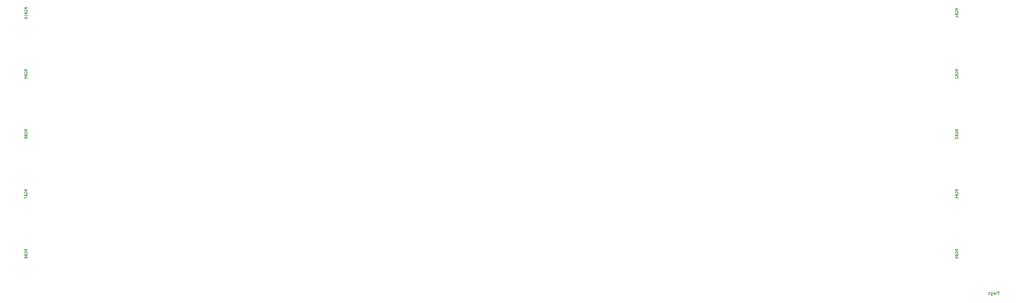
<source format=gbr>
%TF.GenerationSoftware,KiCad,Pcbnew,9.0.0*%
%TF.CreationDate,2025-03-15T16:45:42+01:00*%
%TF.ProjectId,orthgyle,6f727468-6779-46c6-952e-6b696361645f,1*%
%TF.SameCoordinates,Original*%
%TF.FileFunction,AssemblyDrawing,Bot*%
%FSLAX46Y46*%
G04 Gerber Fmt 4.6, Leading zero omitted, Abs format (unit mm)*
G04 Created by KiCad (PCBNEW 9.0.0) date 2025-03-15 16:45:42*
%MOMM*%
%LPD*%
G01*
G04 APERTURE LIST*
%ADD10C,0.150000*%
G04 APERTURE END LIST*
D10*
X358502295Y-122002667D02*
X358121342Y-121736000D01*
X358502295Y-121545524D02*
X357702295Y-121545524D01*
X357702295Y-121545524D02*
X357702295Y-121850286D01*
X357702295Y-121850286D02*
X357740390Y-121926476D01*
X357740390Y-121926476D02*
X357778485Y-121964571D01*
X357778485Y-121964571D02*
X357854676Y-122002667D01*
X357854676Y-122002667D02*
X357968961Y-122002667D01*
X357968961Y-122002667D02*
X358045152Y-121964571D01*
X358045152Y-121964571D02*
X358083247Y-121926476D01*
X358083247Y-121926476D02*
X358121342Y-121850286D01*
X358121342Y-121850286D02*
X358121342Y-121545524D01*
X357740390Y-122764571D02*
X357702295Y-122688381D01*
X357702295Y-122688381D02*
X357702295Y-122574095D01*
X357702295Y-122574095D02*
X357740390Y-122459809D01*
X357740390Y-122459809D02*
X357816580Y-122383619D01*
X357816580Y-122383619D02*
X357892771Y-122345524D01*
X357892771Y-122345524D02*
X358045152Y-122307428D01*
X358045152Y-122307428D02*
X358159438Y-122307428D01*
X358159438Y-122307428D02*
X358311819Y-122345524D01*
X358311819Y-122345524D02*
X358388009Y-122383619D01*
X358388009Y-122383619D02*
X358464200Y-122459809D01*
X358464200Y-122459809D02*
X358502295Y-122574095D01*
X358502295Y-122574095D02*
X358502295Y-122650286D01*
X358502295Y-122650286D02*
X358464200Y-122764571D01*
X358464200Y-122764571D02*
X358426104Y-122802667D01*
X358426104Y-122802667D02*
X358159438Y-122802667D01*
X358159438Y-122802667D02*
X358159438Y-122650286D01*
X358083247Y-123412190D02*
X358121342Y-123526476D01*
X358121342Y-123526476D02*
X358159438Y-123564571D01*
X358159438Y-123564571D02*
X358235628Y-123602667D01*
X358235628Y-123602667D02*
X358349914Y-123602667D01*
X358349914Y-123602667D02*
X358426104Y-123564571D01*
X358426104Y-123564571D02*
X358464200Y-123526476D01*
X358464200Y-123526476D02*
X358502295Y-123450286D01*
X358502295Y-123450286D02*
X358502295Y-123145524D01*
X358502295Y-123145524D02*
X357702295Y-123145524D01*
X357702295Y-123145524D02*
X357702295Y-123412190D01*
X357702295Y-123412190D02*
X357740390Y-123488381D01*
X357740390Y-123488381D02*
X357778485Y-123526476D01*
X357778485Y-123526476D02*
X357854676Y-123564571D01*
X357854676Y-123564571D02*
X357930866Y-123564571D01*
X357930866Y-123564571D02*
X358007057Y-123526476D01*
X358007057Y-123526476D02*
X358045152Y-123488381D01*
X358045152Y-123488381D02*
X358083247Y-123412190D01*
X358083247Y-123412190D02*
X358083247Y-123145524D01*
X357778485Y-123907428D02*
X357740390Y-123945524D01*
X357740390Y-123945524D02*
X357702295Y-124021714D01*
X357702295Y-124021714D02*
X357702295Y-124212190D01*
X357702295Y-124212190D02*
X357740390Y-124288381D01*
X357740390Y-124288381D02*
X357778485Y-124326476D01*
X357778485Y-124326476D02*
X357854676Y-124364571D01*
X357854676Y-124364571D02*
X357930866Y-124364571D01*
X357930866Y-124364571D02*
X358045152Y-124326476D01*
X358045152Y-124326476D02*
X358502295Y-123869333D01*
X358502295Y-123869333D02*
X358502295Y-124364571D01*
X358502295Y-141058826D02*
X358121342Y-140792159D01*
X358502295Y-140601683D02*
X357702295Y-140601683D01*
X357702295Y-140601683D02*
X357702295Y-140906445D01*
X357702295Y-140906445D02*
X357740390Y-140982635D01*
X357740390Y-140982635D02*
X357778485Y-141020730D01*
X357778485Y-141020730D02*
X357854676Y-141058826D01*
X357854676Y-141058826D02*
X357968961Y-141058826D01*
X357968961Y-141058826D02*
X358045152Y-141020730D01*
X358045152Y-141020730D02*
X358083247Y-140982635D01*
X358083247Y-140982635D02*
X358121342Y-140906445D01*
X358121342Y-140906445D02*
X358121342Y-140601683D01*
X357740390Y-141820730D02*
X357702295Y-141744540D01*
X357702295Y-141744540D02*
X357702295Y-141630254D01*
X357702295Y-141630254D02*
X357740390Y-141515968D01*
X357740390Y-141515968D02*
X357816580Y-141439778D01*
X357816580Y-141439778D02*
X357892771Y-141401683D01*
X357892771Y-141401683D02*
X358045152Y-141363587D01*
X358045152Y-141363587D02*
X358159438Y-141363587D01*
X358159438Y-141363587D02*
X358311819Y-141401683D01*
X358311819Y-141401683D02*
X358388009Y-141439778D01*
X358388009Y-141439778D02*
X358464200Y-141515968D01*
X358464200Y-141515968D02*
X358502295Y-141630254D01*
X358502295Y-141630254D02*
X358502295Y-141706445D01*
X358502295Y-141706445D02*
X358464200Y-141820730D01*
X358464200Y-141820730D02*
X358426104Y-141858826D01*
X358426104Y-141858826D02*
X358159438Y-141858826D01*
X358159438Y-141858826D02*
X358159438Y-141706445D01*
X358083247Y-142468349D02*
X358121342Y-142582635D01*
X358121342Y-142582635D02*
X358159438Y-142620730D01*
X358159438Y-142620730D02*
X358235628Y-142658826D01*
X358235628Y-142658826D02*
X358349914Y-142658826D01*
X358349914Y-142658826D02*
X358426104Y-142620730D01*
X358426104Y-142620730D02*
X358464200Y-142582635D01*
X358464200Y-142582635D02*
X358502295Y-142506445D01*
X358502295Y-142506445D02*
X358502295Y-142201683D01*
X358502295Y-142201683D02*
X357702295Y-142201683D01*
X357702295Y-142201683D02*
X357702295Y-142468349D01*
X357702295Y-142468349D02*
X357740390Y-142544540D01*
X357740390Y-142544540D02*
X357778485Y-142582635D01*
X357778485Y-142582635D02*
X357854676Y-142620730D01*
X357854676Y-142620730D02*
X357930866Y-142620730D01*
X357930866Y-142620730D02*
X358007057Y-142582635D01*
X358007057Y-142582635D02*
X358045152Y-142544540D01*
X358045152Y-142544540D02*
X358083247Y-142468349D01*
X358083247Y-142468349D02*
X358083247Y-142201683D01*
X357702295Y-142925492D02*
X357702295Y-143420730D01*
X357702295Y-143420730D02*
X358007057Y-143154064D01*
X358007057Y-143154064D02*
X358007057Y-143268349D01*
X358007057Y-143268349D02*
X358045152Y-143344540D01*
X358045152Y-143344540D02*
X358083247Y-143382635D01*
X358083247Y-143382635D02*
X358159438Y-143420730D01*
X358159438Y-143420730D02*
X358349914Y-143420730D01*
X358349914Y-143420730D02*
X358426104Y-143382635D01*
X358426104Y-143382635D02*
X358464200Y-143344540D01*
X358464200Y-143344540D02*
X358502295Y-143268349D01*
X358502295Y-143268349D02*
X358502295Y-143039778D01*
X358502295Y-143039778D02*
X358464200Y-142963587D01*
X358464200Y-142963587D02*
X358426104Y-142925492D01*
X63354295Y-179058826D02*
X62973342Y-178792159D01*
X63354295Y-178601683D02*
X62554295Y-178601683D01*
X62554295Y-178601683D02*
X62554295Y-178906445D01*
X62554295Y-178906445D02*
X62592390Y-178982635D01*
X62592390Y-178982635D02*
X62630485Y-179020730D01*
X62630485Y-179020730D02*
X62706676Y-179058826D01*
X62706676Y-179058826D02*
X62820961Y-179058826D01*
X62820961Y-179058826D02*
X62897152Y-179020730D01*
X62897152Y-179020730D02*
X62935247Y-178982635D01*
X62935247Y-178982635D02*
X62973342Y-178906445D01*
X62973342Y-178906445D02*
X62973342Y-178601683D01*
X62592390Y-179820730D02*
X62554295Y-179744540D01*
X62554295Y-179744540D02*
X62554295Y-179630254D01*
X62554295Y-179630254D02*
X62592390Y-179515968D01*
X62592390Y-179515968D02*
X62668580Y-179439778D01*
X62668580Y-179439778D02*
X62744771Y-179401683D01*
X62744771Y-179401683D02*
X62897152Y-179363587D01*
X62897152Y-179363587D02*
X63011438Y-179363587D01*
X63011438Y-179363587D02*
X63163819Y-179401683D01*
X63163819Y-179401683D02*
X63240009Y-179439778D01*
X63240009Y-179439778D02*
X63316200Y-179515968D01*
X63316200Y-179515968D02*
X63354295Y-179630254D01*
X63354295Y-179630254D02*
X63354295Y-179706445D01*
X63354295Y-179706445D02*
X63316200Y-179820730D01*
X63316200Y-179820730D02*
X63278104Y-179858826D01*
X63278104Y-179858826D02*
X63011438Y-179858826D01*
X63011438Y-179858826D02*
X63011438Y-179706445D01*
X62935247Y-180468349D02*
X62973342Y-180582635D01*
X62973342Y-180582635D02*
X63011438Y-180620730D01*
X63011438Y-180620730D02*
X63087628Y-180658826D01*
X63087628Y-180658826D02*
X63201914Y-180658826D01*
X63201914Y-180658826D02*
X63278104Y-180620730D01*
X63278104Y-180620730D02*
X63316200Y-180582635D01*
X63316200Y-180582635D02*
X63354295Y-180506445D01*
X63354295Y-180506445D02*
X63354295Y-180201683D01*
X63354295Y-180201683D02*
X62554295Y-180201683D01*
X62554295Y-180201683D02*
X62554295Y-180468349D01*
X62554295Y-180468349D02*
X62592390Y-180544540D01*
X62592390Y-180544540D02*
X62630485Y-180582635D01*
X62630485Y-180582635D02*
X62706676Y-180620730D01*
X62706676Y-180620730D02*
X62782866Y-180620730D01*
X62782866Y-180620730D02*
X62859057Y-180582635D01*
X62859057Y-180582635D02*
X62897152Y-180544540D01*
X62897152Y-180544540D02*
X62935247Y-180468349D01*
X62935247Y-180468349D02*
X62935247Y-180201683D01*
X62554295Y-181344540D02*
X62554295Y-181192159D01*
X62554295Y-181192159D02*
X62592390Y-181115968D01*
X62592390Y-181115968D02*
X62630485Y-181077873D01*
X62630485Y-181077873D02*
X62744771Y-181001683D01*
X62744771Y-181001683D02*
X62897152Y-180963587D01*
X62897152Y-180963587D02*
X63201914Y-180963587D01*
X63201914Y-180963587D02*
X63278104Y-181001683D01*
X63278104Y-181001683D02*
X63316200Y-181039778D01*
X63316200Y-181039778D02*
X63354295Y-181115968D01*
X63354295Y-181115968D02*
X63354295Y-181268349D01*
X63354295Y-181268349D02*
X63316200Y-181344540D01*
X63316200Y-181344540D02*
X63278104Y-181382635D01*
X63278104Y-181382635D02*
X63201914Y-181420730D01*
X63201914Y-181420730D02*
X63011438Y-181420730D01*
X63011438Y-181420730D02*
X62935247Y-181382635D01*
X62935247Y-181382635D02*
X62897152Y-181344540D01*
X62897152Y-181344540D02*
X62859057Y-181268349D01*
X62859057Y-181268349D02*
X62859057Y-181115968D01*
X62859057Y-181115968D02*
X62897152Y-181039778D01*
X62897152Y-181039778D02*
X62935247Y-181001683D01*
X62935247Y-181001683D02*
X63011438Y-180963587D01*
X63354295Y-160058826D02*
X62973342Y-159792159D01*
X63354295Y-159601683D02*
X62554295Y-159601683D01*
X62554295Y-159601683D02*
X62554295Y-159906445D01*
X62554295Y-159906445D02*
X62592390Y-159982635D01*
X62592390Y-159982635D02*
X62630485Y-160020730D01*
X62630485Y-160020730D02*
X62706676Y-160058826D01*
X62706676Y-160058826D02*
X62820961Y-160058826D01*
X62820961Y-160058826D02*
X62897152Y-160020730D01*
X62897152Y-160020730D02*
X62935247Y-159982635D01*
X62935247Y-159982635D02*
X62973342Y-159906445D01*
X62973342Y-159906445D02*
X62973342Y-159601683D01*
X62592390Y-160820730D02*
X62554295Y-160744540D01*
X62554295Y-160744540D02*
X62554295Y-160630254D01*
X62554295Y-160630254D02*
X62592390Y-160515968D01*
X62592390Y-160515968D02*
X62668580Y-160439778D01*
X62668580Y-160439778D02*
X62744771Y-160401683D01*
X62744771Y-160401683D02*
X62897152Y-160363587D01*
X62897152Y-160363587D02*
X63011438Y-160363587D01*
X63011438Y-160363587D02*
X63163819Y-160401683D01*
X63163819Y-160401683D02*
X63240009Y-160439778D01*
X63240009Y-160439778D02*
X63316200Y-160515968D01*
X63316200Y-160515968D02*
X63354295Y-160630254D01*
X63354295Y-160630254D02*
X63354295Y-160706445D01*
X63354295Y-160706445D02*
X63316200Y-160820730D01*
X63316200Y-160820730D02*
X63278104Y-160858826D01*
X63278104Y-160858826D02*
X63011438Y-160858826D01*
X63011438Y-160858826D02*
X63011438Y-160706445D01*
X62935247Y-161468349D02*
X62973342Y-161582635D01*
X62973342Y-161582635D02*
X63011438Y-161620730D01*
X63011438Y-161620730D02*
X63087628Y-161658826D01*
X63087628Y-161658826D02*
X63201914Y-161658826D01*
X63201914Y-161658826D02*
X63278104Y-161620730D01*
X63278104Y-161620730D02*
X63316200Y-161582635D01*
X63316200Y-161582635D02*
X63354295Y-161506445D01*
X63354295Y-161506445D02*
X63354295Y-161201683D01*
X63354295Y-161201683D02*
X62554295Y-161201683D01*
X62554295Y-161201683D02*
X62554295Y-161468349D01*
X62554295Y-161468349D02*
X62592390Y-161544540D01*
X62592390Y-161544540D02*
X62630485Y-161582635D01*
X62630485Y-161582635D02*
X62706676Y-161620730D01*
X62706676Y-161620730D02*
X62782866Y-161620730D01*
X62782866Y-161620730D02*
X62859057Y-161582635D01*
X62859057Y-161582635D02*
X62897152Y-161544540D01*
X62897152Y-161544540D02*
X62935247Y-161468349D01*
X62935247Y-161468349D02*
X62935247Y-161201683D01*
X62554295Y-161925492D02*
X62554295Y-162458826D01*
X62554295Y-162458826D02*
X63354295Y-162115968D01*
X63354295Y-102317714D02*
X62973342Y-102051047D01*
X63354295Y-101860571D02*
X62554295Y-101860571D01*
X62554295Y-101860571D02*
X62554295Y-102165333D01*
X62554295Y-102165333D02*
X62592390Y-102241523D01*
X62592390Y-102241523D02*
X62630485Y-102279618D01*
X62630485Y-102279618D02*
X62706676Y-102317714D01*
X62706676Y-102317714D02*
X62820961Y-102317714D01*
X62820961Y-102317714D02*
X62897152Y-102279618D01*
X62897152Y-102279618D02*
X62935247Y-102241523D01*
X62935247Y-102241523D02*
X62973342Y-102165333D01*
X62973342Y-102165333D02*
X62973342Y-101860571D01*
X62592390Y-103079618D02*
X62554295Y-103003428D01*
X62554295Y-103003428D02*
X62554295Y-102889142D01*
X62554295Y-102889142D02*
X62592390Y-102774856D01*
X62592390Y-102774856D02*
X62668580Y-102698666D01*
X62668580Y-102698666D02*
X62744771Y-102660571D01*
X62744771Y-102660571D02*
X62897152Y-102622475D01*
X62897152Y-102622475D02*
X63011438Y-102622475D01*
X63011438Y-102622475D02*
X63163819Y-102660571D01*
X63163819Y-102660571D02*
X63240009Y-102698666D01*
X63240009Y-102698666D02*
X63316200Y-102774856D01*
X63316200Y-102774856D02*
X63354295Y-102889142D01*
X63354295Y-102889142D02*
X63354295Y-102965333D01*
X63354295Y-102965333D02*
X63316200Y-103079618D01*
X63316200Y-103079618D02*
X63278104Y-103117714D01*
X63278104Y-103117714D02*
X63011438Y-103117714D01*
X63011438Y-103117714D02*
X63011438Y-102965333D01*
X62935247Y-103727237D02*
X62973342Y-103841523D01*
X62973342Y-103841523D02*
X63011438Y-103879618D01*
X63011438Y-103879618D02*
X63087628Y-103917714D01*
X63087628Y-103917714D02*
X63201914Y-103917714D01*
X63201914Y-103917714D02*
X63278104Y-103879618D01*
X63278104Y-103879618D02*
X63316200Y-103841523D01*
X63316200Y-103841523D02*
X63354295Y-103765333D01*
X63354295Y-103765333D02*
X63354295Y-103460571D01*
X63354295Y-103460571D02*
X62554295Y-103460571D01*
X62554295Y-103460571D02*
X62554295Y-103727237D01*
X62554295Y-103727237D02*
X62592390Y-103803428D01*
X62592390Y-103803428D02*
X62630485Y-103841523D01*
X62630485Y-103841523D02*
X62706676Y-103879618D01*
X62706676Y-103879618D02*
X62782866Y-103879618D01*
X62782866Y-103879618D02*
X62859057Y-103841523D01*
X62859057Y-103841523D02*
X62897152Y-103803428D01*
X62897152Y-103803428D02*
X62935247Y-103727237D01*
X62935247Y-103727237D02*
X62935247Y-103460571D01*
X63354295Y-104679618D02*
X63354295Y-104222475D01*
X63354295Y-104451047D02*
X62554295Y-104451047D01*
X62554295Y-104451047D02*
X62668580Y-104374856D01*
X62668580Y-104374856D02*
X62744771Y-104298666D01*
X62744771Y-104298666D02*
X62782866Y-104222475D01*
X62554295Y-105174857D02*
X62554295Y-105251047D01*
X62554295Y-105251047D02*
X62592390Y-105327238D01*
X62592390Y-105327238D02*
X62630485Y-105365333D01*
X62630485Y-105365333D02*
X62706676Y-105403428D01*
X62706676Y-105403428D02*
X62859057Y-105441523D01*
X62859057Y-105441523D02*
X63049533Y-105441523D01*
X63049533Y-105441523D02*
X63201914Y-105403428D01*
X63201914Y-105403428D02*
X63278104Y-105365333D01*
X63278104Y-105365333D02*
X63316200Y-105327238D01*
X63316200Y-105327238D02*
X63354295Y-105251047D01*
X63354295Y-105251047D02*
X63354295Y-105174857D01*
X63354295Y-105174857D02*
X63316200Y-105098666D01*
X63316200Y-105098666D02*
X63278104Y-105060571D01*
X63278104Y-105060571D02*
X63201914Y-105022476D01*
X63201914Y-105022476D02*
X63049533Y-104984380D01*
X63049533Y-104984380D02*
X62859057Y-104984380D01*
X62859057Y-104984380D02*
X62706676Y-105022476D01*
X62706676Y-105022476D02*
X62630485Y-105060571D01*
X62630485Y-105060571D02*
X62592390Y-105098666D01*
X62592390Y-105098666D02*
X62554295Y-105174857D01*
X358502295Y-102698667D02*
X358121342Y-102432000D01*
X358502295Y-102241524D02*
X357702295Y-102241524D01*
X357702295Y-102241524D02*
X357702295Y-102546286D01*
X357702295Y-102546286D02*
X357740390Y-102622476D01*
X357740390Y-102622476D02*
X357778485Y-102660571D01*
X357778485Y-102660571D02*
X357854676Y-102698667D01*
X357854676Y-102698667D02*
X357968961Y-102698667D01*
X357968961Y-102698667D02*
X358045152Y-102660571D01*
X358045152Y-102660571D02*
X358083247Y-102622476D01*
X358083247Y-102622476D02*
X358121342Y-102546286D01*
X358121342Y-102546286D02*
X358121342Y-102241524D01*
X357740390Y-103460571D02*
X357702295Y-103384381D01*
X357702295Y-103384381D02*
X357702295Y-103270095D01*
X357702295Y-103270095D02*
X357740390Y-103155809D01*
X357740390Y-103155809D02*
X357816580Y-103079619D01*
X357816580Y-103079619D02*
X357892771Y-103041524D01*
X357892771Y-103041524D02*
X358045152Y-103003428D01*
X358045152Y-103003428D02*
X358159438Y-103003428D01*
X358159438Y-103003428D02*
X358311819Y-103041524D01*
X358311819Y-103041524D02*
X358388009Y-103079619D01*
X358388009Y-103079619D02*
X358464200Y-103155809D01*
X358464200Y-103155809D02*
X358502295Y-103270095D01*
X358502295Y-103270095D02*
X358502295Y-103346286D01*
X358502295Y-103346286D02*
X358464200Y-103460571D01*
X358464200Y-103460571D02*
X358426104Y-103498667D01*
X358426104Y-103498667D02*
X358159438Y-103498667D01*
X358159438Y-103498667D02*
X358159438Y-103346286D01*
X358083247Y-104108190D02*
X358121342Y-104222476D01*
X358121342Y-104222476D02*
X358159438Y-104260571D01*
X358159438Y-104260571D02*
X358235628Y-104298667D01*
X358235628Y-104298667D02*
X358349914Y-104298667D01*
X358349914Y-104298667D02*
X358426104Y-104260571D01*
X358426104Y-104260571D02*
X358464200Y-104222476D01*
X358464200Y-104222476D02*
X358502295Y-104146286D01*
X358502295Y-104146286D02*
X358502295Y-103841524D01*
X358502295Y-103841524D02*
X357702295Y-103841524D01*
X357702295Y-103841524D02*
X357702295Y-104108190D01*
X357702295Y-104108190D02*
X357740390Y-104184381D01*
X357740390Y-104184381D02*
X357778485Y-104222476D01*
X357778485Y-104222476D02*
X357854676Y-104260571D01*
X357854676Y-104260571D02*
X357930866Y-104260571D01*
X357930866Y-104260571D02*
X358007057Y-104222476D01*
X358007057Y-104222476D02*
X358045152Y-104184381D01*
X358045152Y-104184381D02*
X358083247Y-104108190D01*
X358083247Y-104108190D02*
X358083247Y-103841524D01*
X358502295Y-105060571D02*
X358502295Y-104603428D01*
X358502295Y-104832000D02*
X357702295Y-104832000D01*
X357702295Y-104832000D02*
X357816580Y-104755809D01*
X357816580Y-104755809D02*
X357892771Y-104679619D01*
X357892771Y-104679619D02*
X357930866Y-104603428D01*
X63354295Y-141058826D02*
X62973342Y-140792159D01*
X63354295Y-140601683D02*
X62554295Y-140601683D01*
X62554295Y-140601683D02*
X62554295Y-140906445D01*
X62554295Y-140906445D02*
X62592390Y-140982635D01*
X62592390Y-140982635D02*
X62630485Y-141020730D01*
X62630485Y-141020730D02*
X62706676Y-141058826D01*
X62706676Y-141058826D02*
X62820961Y-141058826D01*
X62820961Y-141058826D02*
X62897152Y-141020730D01*
X62897152Y-141020730D02*
X62935247Y-140982635D01*
X62935247Y-140982635D02*
X62973342Y-140906445D01*
X62973342Y-140906445D02*
X62973342Y-140601683D01*
X62592390Y-141820730D02*
X62554295Y-141744540D01*
X62554295Y-141744540D02*
X62554295Y-141630254D01*
X62554295Y-141630254D02*
X62592390Y-141515968D01*
X62592390Y-141515968D02*
X62668580Y-141439778D01*
X62668580Y-141439778D02*
X62744771Y-141401683D01*
X62744771Y-141401683D02*
X62897152Y-141363587D01*
X62897152Y-141363587D02*
X63011438Y-141363587D01*
X63011438Y-141363587D02*
X63163819Y-141401683D01*
X63163819Y-141401683D02*
X63240009Y-141439778D01*
X63240009Y-141439778D02*
X63316200Y-141515968D01*
X63316200Y-141515968D02*
X63354295Y-141630254D01*
X63354295Y-141630254D02*
X63354295Y-141706445D01*
X63354295Y-141706445D02*
X63316200Y-141820730D01*
X63316200Y-141820730D02*
X63278104Y-141858826D01*
X63278104Y-141858826D02*
X63011438Y-141858826D01*
X63011438Y-141858826D02*
X63011438Y-141706445D01*
X62935247Y-142468349D02*
X62973342Y-142582635D01*
X62973342Y-142582635D02*
X63011438Y-142620730D01*
X63011438Y-142620730D02*
X63087628Y-142658826D01*
X63087628Y-142658826D02*
X63201914Y-142658826D01*
X63201914Y-142658826D02*
X63278104Y-142620730D01*
X63278104Y-142620730D02*
X63316200Y-142582635D01*
X63316200Y-142582635D02*
X63354295Y-142506445D01*
X63354295Y-142506445D02*
X63354295Y-142201683D01*
X63354295Y-142201683D02*
X62554295Y-142201683D01*
X62554295Y-142201683D02*
X62554295Y-142468349D01*
X62554295Y-142468349D02*
X62592390Y-142544540D01*
X62592390Y-142544540D02*
X62630485Y-142582635D01*
X62630485Y-142582635D02*
X62706676Y-142620730D01*
X62706676Y-142620730D02*
X62782866Y-142620730D01*
X62782866Y-142620730D02*
X62859057Y-142582635D01*
X62859057Y-142582635D02*
X62897152Y-142544540D01*
X62897152Y-142544540D02*
X62935247Y-142468349D01*
X62935247Y-142468349D02*
X62935247Y-142201683D01*
X62897152Y-143115968D02*
X62859057Y-143039778D01*
X62859057Y-143039778D02*
X62820961Y-143001683D01*
X62820961Y-143001683D02*
X62744771Y-142963587D01*
X62744771Y-142963587D02*
X62706676Y-142963587D01*
X62706676Y-142963587D02*
X62630485Y-143001683D01*
X62630485Y-143001683D02*
X62592390Y-143039778D01*
X62592390Y-143039778D02*
X62554295Y-143115968D01*
X62554295Y-143115968D02*
X62554295Y-143268349D01*
X62554295Y-143268349D02*
X62592390Y-143344540D01*
X62592390Y-143344540D02*
X62630485Y-143382635D01*
X62630485Y-143382635D02*
X62706676Y-143420730D01*
X62706676Y-143420730D02*
X62744771Y-143420730D01*
X62744771Y-143420730D02*
X62820961Y-143382635D01*
X62820961Y-143382635D02*
X62859057Y-143344540D01*
X62859057Y-143344540D02*
X62897152Y-143268349D01*
X62897152Y-143268349D02*
X62897152Y-143115968D01*
X62897152Y-143115968D02*
X62935247Y-143039778D01*
X62935247Y-143039778D02*
X62973342Y-143001683D01*
X62973342Y-143001683D02*
X63049533Y-142963587D01*
X63049533Y-142963587D02*
X63201914Y-142963587D01*
X63201914Y-142963587D02*
X63278104Y-143001683D01*
X63278104Y-143001683D02*
X63316200Y-143039778D01*
X63316200Y-143039778D02*
X63354295Y-143115968D01*
X63354295Y-143115968D02*
X63354295Y-143268349D01*
X63354295Y-143268349D02*
X63316200Y-143344540D01*
X63316200Y-143344540D02*
X63278104Y-143382635D01*
X63278104Y-143382635D02*
X63201914Y-143420730D01*
X63201914Y-143420730D02*
X63049533Y-143420730D01*
X63049533Y-143420730D02*
X62973342Y-143382635D01*
X62973342Y-143382635D02*
X62935247Y-143344540D01*
X62935247Y-143344540D02*
X62897152Y-143268349D01*
X358502295Y-160058826D02*
X358121342Y-159792159D01*
X358502295Y-159601683D02*
X357702295Y-159601683D01*
X357702295Y-159601683D02*
X357702295Y-159906445D01*
X357702295Y-159906445D02*
X357740390Y-159982635D01*
X357740390Y-159982635D02*
X357778485Y-160020730D01*
X357778485Y-160020730D02*
X357854676Y-160058826D01*
X357854676Y-160058826D02*
X357968961Y-160058826D01*
X357968961Y-160058826D02*
X358045152Y-160020730D01*
X358045152Y-160020730D02*
X358083247Y-159982635D01*
X358083247Y-159982635D02*
X358121342Y-159906445D01*
X358121342Y-159906445D02*
X358121342Y-159601683D01*
X357740390Y-160820730D02*
X357702295Y-160744540D01*
X357702295Y-160744540D02*
X357702295Y-160630254D01*
X357702295Y-160630254D02*
X357740390Y-160515968D01*
X357740390Y-160515968D02*
X357816580Y-160439778D01*
X357816580Y-160439778D02*
X357892771Y-160401683D01*
X357892771Y-160401683D02*
X358045152Y-160363587D01*
X358045152Y-160363587D02*
X358159438Y-160363587D01*
X358159438Y-160363587D02*
X358311819Y-160401683D01*
X358311819Y-160401683D02*
X358388009Y-160439778D01*
X358388009Y-160439778D02*
X358464200Y-160515968D01*
X358464200Y-160515968D02*
X358502295Y-160630254D01*
X358502295Y-160630254D02*
X358502295Y-160706445D01*
X358502295Y-160706445D02*
X358464200Y-160820730D01*
X358464200Y-160820730D02*
X358426104Y-160858826D01*
X358426104Y-160858826D02*
X358159438Y-160858826D01*
X358159438Y-160858826D02*
X358159438Y-160706445D01*
X358083247Y-161468349D02*
X358121342Y-161582635D01*
X358121342Y-161582635D02*
X358159438Y-161620730D01*
X358159438Y-161620730D02*
X358235628Y-161658826D01*
X358235628Y-161658826D02*
X358349914Y-161658826D01*
X358349914Y-161658826D02*
X358426104Y-161620730D01*
X358426104Y-161620730D02*
X358464200Y-161582635D01*
X358464200Y-161582635D02*
X358502295Y-161506445D01*
X358502295Y-161506445D02*
X358502295Y-161201683D01*
X358502295Y-161201683D02*
X357702295Y-161201683D01*
X357702295Y-161201683D02*
X357702295Y-161468349D01*
X357702295Y-161468349D02*
X357740390Y-161544540D01*
X357740390Y-161544540D02*
X357778485Y-161582635D01*
X357778485Y-161582635D02*
X357854676Y-161620730D01*
X357854676Y-161620730D02*
X357930866Y-161620730D01*
X357930866Y-161620730D02*
X358007057Y-161582635D01*
X358007057Y-161582635D02*
X358045152Y-161544540D01*
X358045152Y-161544540D02*
X358083247Y-161468349D01*
X358083247Y-161468349D02*
X358083247Y-161201683D01*
X357968961Y-162344540D02*
X358502295Y-162344540D01*
X357664200Y-162154064D02*
X358235628Y-161963587D01*
X358235628Y-161963587D02*
X358235628Y-162458826D01*
X371629726Y-192245895D02*
X371248774Y-192245895D01*
X371486869Y-192912562D02*
X371486869Y-192055419D01*
X371486869Y-192055419D02*
X371439250Y-191960181D01*
X371439250Y-191960181D02*
X371344012Y-191912562D01*
X371344012Y-191912562D02*
X371248774Y-191912562D01*
X370772583Y-192912562D02*
X370867821Y-192864943D01*
X370867821Y-192864943D02*
X370915440Y-192769704D01*
X370915440Y-192769704D02*
X370915440Y-191912562D01*
X369963059Y-192912562D02*
X369963059Y-192388752D01*
X369963059Y-192388752D02*
X370010678Y-192293514D01*
X370010678Y-192293514D02*
X370105916Y-192245895D01*
X370105916Y-192245895D02*
X370296392Y-192245895D01*
X370296392Y-192245895D02*
X370391630Y-192293514D01*
X369963059Y-192864943D02*
X370058297Y-192912562D01*
X370058297Y-192912562D02*
X370296392Y-192912562D01*
X370296392Y-192912562D02*
X370391630Y-192864943D01*
X370391630Y-192864943D02*
X370439249Y-192769704D01*
X370439249Y-192769704D02*
X370439249Y-192674466D01*
X370439249Y-192674466D02*
X370391630Y-192579228D01*
X370391630Y-192579228D02*
X370296392Y-192531609D01*
X370296392Y-192531609D02*
X370058297Y-192531609D01*
X370058297Y-192531609D02*
X369963059Y-192483990D01*
X369058297Y-192245895D02*
X369058297Y-193055419D01*
X369058297Y-193055419D02*
X369105916Y-193150657D01*
X369105916Y-193150657D02*
X369153535Y-193198276D01*
X369153535Y-193198276D02*
X369248773Y-193245895D01*
X369248773Y-193245895D02*
X369391630Y-193245895D01*
X369391630Y-193245895D02*
X369486868Y-193198276D01*
X369058297Y-192864943D02*
X369153535Y-192912562D01*
X369153535Y-192912562D02*
X369344011Y-192912562D01*
X369344011Y-192912562D02*
X369439249Y-192864943D01*
X369439249Y-192864943D02*
X369486868Y-192817323D01*
X369486868Y-192817323D02*
X369534487Y-192722085D01*
X369534487Y-192722085D02*
X369534487Y-192436371D01*
X369534487Y-192436371D02*
X369486868Y-192341133D01*
X369486868Y-192341133D02*
X369439249Y-192293514D01*
X369439249Y-192293514D02*
X369344011Y-192245895D01*
X369344011Y-192245895D02*
X369153535Y-192245895D01*
X369153535Y-192245895D02*
X369058297Y-192293514D01*
X368629725Y-192864943D02*
X368534487Y-192912562D01*
X368534487Y-192912562D02*
X368344011Y-192912562D01*
X368344011Y-192912562D02*
X368248773Y-192864943D01*
X368248773Y-192864943D02*
X368201154Y-192769704D01*
X368201154Y-192769704D02*
X368201154Y-192722085D01*
X368201154Y-192722085D02*
X368248773Y-192626847D01*
X368248773Y-192626847D02*
X368344011Y-192579228D01*
X368344011Y-192579228D02*
X368486868Y-192579228D01*
X368486868Y-192579228D02*
X368582106Y-192531609D01*
X368582106Y-192531609D02*
X368629725Y-192436371D01*
X368629725Y-192436371D02*
X368629725Y-192388752D01*
X368629725Y-192388752D02*
X368582106Y-192293514D01*
X368582106Y-192293514D02*
X368486868Y-192245895D01*
X368486868Y-192245895D02*
X368344011Y-192245895D01*
X368344011Y-192245895D02*
X368248773Y-192293514D01*
X358502295Y-179058826D02*
X358121342Y-178792159D01*
X358502295Y-178601683D02*
X357702295Y-178601683D01*
X357702295Y-178601683D02*
X357702295Y-178906445D01*
X357702295Y-178906445D02*
X357740390Y-178982635D01*
X357740390Y-178982635D02*
X357778485Y-179020730D01*
X357778485Y-179020730D02*
X357854676Y-179058826D01*
X357854676Y-179058826D02*
X357968961Y-179058826D01*
X357968961Y-179058826D02*
X358045152Y-179020730D01*
X358045152Y-179020730D02*
X358083247Y-178982635D01*
X358083247Y-178982635D02*
X358121342Y-178906445D01*
X358121342Y-178906445D02*
X358121342Y-178601683D01*
X357740390Y-179820730D02*
X357702295Y-179744540D01*
X357702295Y-179744540D02*
X357702295Y-179630254D01*
X357702295Y-179630254D02*
X357740390Y-179515968D01*
X357740390Y-179515968D02*
X357816580Y-179439778D01*
X357816580Y-179439778D02*
X357892771Y-179401683D01*
X357892771Y-179401683D02*
X358045152Y-179363587D01*
X358045152Y-179363587D02*
X358159438Y-179363587D01*
X358159438Y-179363587D02*
X358311819Y-179401683D01*
X358311819Y-179401683D02*
X358388009Y-179439778D01*
X358388009Y-179439778D02*
X358464200Y-179515968D01*
X358464200Y-179515968D02*
X358502295Y-179630254D01*
X358502295Y-179630254D02*
X358502295Y-179706445D01*
X358502295Y-179706445D02*
X358464200Y-179820730D01*
X358464200Y-179820730D02*
X358426104Y-179858826D01*
X358426104Y-179858826D02*
X358159438Y-179858826D01*
X358159438Y-179858826D02*
X358159438Y-179706445D01*
X358083247Y-180468349D02*
X358121342Y-180582635D01*
X358121342Y-180582635D02*
X358159438Y-180620730D01*
X358159438Y-180620730D02*
X358235628Y-180658826D01*
X358235628Y-180658826D02*
X358349914Y-180658826D01*
X358349914Y-180658826D02*
X358426104Y-180620730D01*
X358426104Y-180620730D02*
X358464200Y-180582635D01*
X358464200Y-180582635D02*
X358502295Y-180506445D01*
X358502295Y-180506445D02*
X358502295Y-180201683D01*
X358502295Y-180201683D02*
X357702295Y-180201683D01*
X357702295Y-180201683D02*
X357702295Y-180468349D01*
X357702295Y-180468349D02*
X357740390Y-180544540D01*
X357740390Y-180544540D02*
X357778485Y-180582635D01*
X357778485Y-180582635D02*
X357854676Y-180620730D01*
X357854676Y-180620730D02*
X357930866Y-180620730D01*
X357930866Y-180620730D02*
X358007057Y-180582635D01*
X358007057Y-180582635D02*
X358045152Y-180544540D01*
X358045152Y-180544540D02*
X358083247Y-180468349D01*
X358083247Y-180468349D02*
X358083247Y-180201683D01*
X357702295Y-181382635D02*
X357702295Y-181001683D01*
X357702295Y-181001683D02*
X358083247Y-180963587D01*
X358083247Y-180963587D02*
X358045152Y-181001683D01*
X358045152Y-181001683D02*
X358007057Y-181077873D01*
X358007057Y-181077873D02*
X358007057Y-181268349D01*
X358007057Y-181268349D02*
X358045152Y-181344540D01*
X358045152Y-181344540D02*
X358083247Y-181382635D01*
X358083247Y-181382635D02*
X358159438Y-181420730D01*
X358159438Y-181420730D02*
X358349914Y-181420730D01*
X358349914Y-181420730D02*
X358426104Y-181382635D01*
X358426104Y-181382635D02*
X358464200Y-181344540D01*
X358464200Y-181344540D02*
X358502295Y-181268349D01*
X358502295Y-181268349D02*
X358502295Y-181077873D01*
X358502295Y-181077873D02*
X358464200Y-181001683D01*
X358464200Y-181001683D02*
X358426104Y-180963587D01*
X63354295Y-122002667D02*
X62973342Y-121736000D01*
X63354295Y-121545524D02*
X62554295Y-121545524D01*
X62554295Y-121545524D02*
X62554295Y-121850286D01*
X62554295Y-121850286D02*
X62592390Y-121926476D01*
X62592390Y-121926476D02*
X62630485Y-121964571D01*
X62630485Y-121964571D02*
X62706676Y-122002667D01*
X62706676Y-122002667D02*
X62820961Y-122002667D01*
X62820961Y-122002667D02*
X62897152Y-121964571D01*
X62897152Y-121964571D02*
X62935247Y-121926476D01*
X62935247Y-121926476D02*
X62973342Y-121850286D01*
X62973342Y-121850286D02*
X62973342Y-121545524D01*
X62592390Y-122764571D02*
X62554295Y-122688381D01*
X62554295Y-122688381D02*
X62554295Y-122574095D01*
X62554295Y-122574095D02*
X62592390Y-122459809D01*
X62592390Y-122459809D02*
X62668580Y-122383619D01*
X62668580Y-122383619D02*
X62744771Y-122345524D01*
X62744771Y-122345524D02*
X62897152Y-122307428D01*
X62897152Y-122307428D02*
X63011438Y-122307428D01*
X63011438Y-122307428D02*
X63163819Y-122345524D01*
X63163819Y-122345524D02*
X63240009Y-122383619D01*
X63240009Y-122383619D02*
X63316200Y-122459809D01*
X63316200Y-122459809D02*
X63354295Y-122574095D01*
X63354295Y-122574095D02*
X63354295Y-122650286D01*
X63354295Y-122650286D02*
X63316200Y-122764571D01*
X63316200Y-122764571D02*
X63278104Y-122802667D01*
X63278104Y-122802667D02*
X63011438Y-122802667D01*
X63011438Y-122802667D02*
X63011438Y-122650286D01*
X62935247Y-123412190D02*
X62973342Y-123526476D01*
X62973342Y-123526476D02*
X63011438Y-123564571D01*
X63011438Y-123564571D02*
X63087628Y-123602667D01*
X63087628Y-123602667D02*
X63201914Y-123602667D01*
X63201914Y-123602667D02*
X63278104Y-123564571D01*
X63278104Y-123564571D02*
X63316200Y-123526476D01*
X63316200Y-123526476D02*
X63354295Y-123450286D01*
X63354295Y-123450286D02*
X63354295Y-123145524D01*
X63354295Y-123145524D02*
X62554295Y-123145524D01*
X62554295Y-123145524D02*
X62554295Y-123412190D01*
X62554295Y-123412190D02*
X62592390Y-123488381D01*
X62592390Y-123488381D02*
X62630485Y-123526476D01*
X62630485Y-123526476D02*
X62706676Y-123564571D01*
X62706676Y-123564571D02*
X62782866Y-123564571D01*
X62782866Y-123564571D02*
X62859057Y-123526476D01*
X62859057Y-123526476D02*
X62897152Y-123488381D01*
X62897152Y-123488381D02*
X62935247Y-123412190D01*
X62935247Y-123412190D02*
X62935247Y-123145524D01*
X63354295Y-123983619D02*
X63354295Y-124136000D01*
X63354295Y-124136000D02*
X63316200Y-124212190D01*
X63316200Y-124212190D02*
X63278104Y-124250286D01*
X63278104Y-124250286D02*
X63163819Y-124326476D01*
X63163819Y-124326476D02*
X63011438Y-124364571D01*
X63011438Y-124364571D02*
X62706676Y-124364571D01*
X62706676Y-124364571D02*
X62630485Y-124326476D01*
X62630485Y-124326476D02*
X62592390Y-124288381D01*
X62592390Y-124288381D02*
X62554295Y-124212190D01*
X62554295Y-124212190D02*
X62554295Y-124059809D01*
X62554295Y-124059809D02*
X62592390Y-123983619D01*
X62592390Y-123983619D02*
X62630485Y-123945524D01*
X62630485Y-123945524D02*
X62706676Y-123907428D01*
X62706676Y-123907428D02*
X62897152Y-123907428D01*
X62897152Y-123907428D02*
X62973342Y-123945524D01*
X62973342Y-123945524D02*
X63011438Y-123983619D01*
X63011438Y-123983619D02*
X63049533Y-124059809D01*
X63049533Y-124059809D02*
X63049533Y-124212190D01*
X63049533Y-124212190D02*
X63011438Y-124288381D01*
X63011438Y-124288381D02*
X62973342Y-124326476D01*
X62973342Y-124326476D02*
X62897152Y-124364571D01*
M02*

</source>
